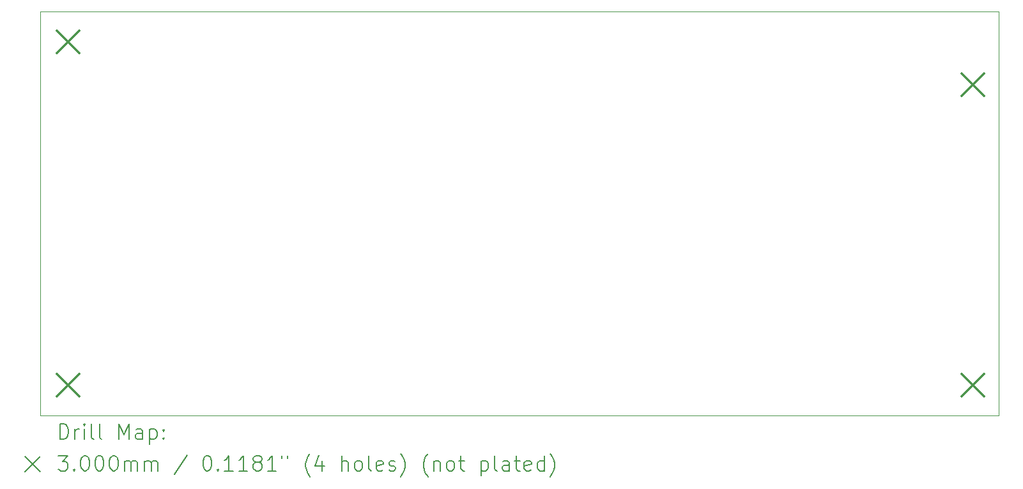
<source format=gbr>
%TF.GenerationSoftware,KiCad,Pcbnew,9.0.3*%
%TF.CreationDate,2026-01-03T08:49:13-08:00*%
%TF.ProjectId,ir-remote,69722d72-656d-46f7-9465-2e6b69636164,rev?*%
%TF.SameCoordinates,Original*%
%TF.FileFunction,Drillmap*%
%TF.FilePolarity,Positive*%
%FSLAX45Y45*%
G04 Gerber Fmt 4.5, Leading zero omitted, Abs format (unit mm)*
G04 Created by KiCad (PCBNEW 9.0.3) date 2026-01-03 08:49:13*
%MOMM*%
%LPD*%
G01*
G04 APERTURE LIST*
%ADD10C,0.050000*%
%ADD11C,0.200000*%
%ADD12C,0.300000*%
G04 APERTURE END LIST*
D10*
X12733000Y0D02*
X33000Y0D01*
X33000Y5348000D02*
X12733000Y5348000D01*
X33000Y0D02*
X33000Y5348000D01*
X12733000Y5348000D02*
X12733000Y0D01*
D11*
D12*
X250000Y5098000D02*
X550000Y4798000D01*
X550000Y5098000D02*
X250000Y4798000D01*
X250000Y550000D02*
X550000Y250000D01*
X550000Y550000D02*
X250000Y250000D01*
X12236000Y4532000D02*
X12536000Y4232000D01*
X12536000Y4532000D02*
X12236000Y4232000D01*
X12236000Y550000D02*
X12536000Y250000D01*
X12536000Y550000D02*
X12236000Y250000D01*
D11*
X291277Y-313984D02*
X291277Y-113984D01*
X291277Y-113984D02*
X338896Y-113984D01*
X338896Y-113984D02*
X367467Y-123508D01*
X367467Y-123508D02*
X386515Y-142555D01*
X386515Y-142555D02*
X396039Y-161603D01*
X396039Y-161603D02*
X405562Y-199698D01*
X405562Y-199698D02*
X405562Y-228269D01*
X405562Y-228269D02*
X396039Y-266365D01*
X396039Y-266365D02*
X386515Y-285412D01*
X386515Y-285412D02*
X367467Y-304460D01*
X367467Y-304460D02*
X338896Y-313984D01*
X338896Y-313984D02*
X291277Y-313984D01*
X491277Y-313984D02*
X491277Y-180650D01*
X491277Y-218746D02*
X500801Y-199698D01*
X500801Y-199698D02*
X510324Y-190174D01*
X510324Y-190174D02*
X529372Y-180650D01*
X529372Y-180650D02*
X548420Y-180650D01*
X615086Y-313984D02*
X615086Y-180650D01*
X615086Y-113984D02*
X605563Y-123508D01*
X605563Y-123508D02*
X615086Y-133031D01*
X615086Y-133031D02*
X624610Y-123508D01*
X624610Y-123508D02*
X615086Y-113984D01*
X615086Y-113984D02*
X615086Y-133031D01*
X738896Y-313984D02*
X719848Y-304460D01*
X719848Y-304460D02*
X710324Y-285412D01*
X710324Y-285412D02*
X710324Y-113984D01*
X843658Y-313984D02*
X824610Y-304460D01*
X824610Y-304460D02*
X815086Y-285412D01*
X815086Y-285412D02*
X815086Y-113984D01*
X1072229Y-313984D02*
X1072229Y-113984D01*
X1072229Y-113984D02*
X1138896Y-256841D01*
X1138896Y-256841D02*
X1205563Y-113984D01*
X1205563Y-113984D02*
X1205563Y-313984D01*
X1386515Y-313984D02*
X1386515Y-209222D01*
X1386515Y-209222D02*
X1376991Y-190174D01*
X1376991Y-190174D02*
X1357944Y-180650D01*
X1357944Y-180650D02*
X1319848Y-180650D01*
X1319848Y-180650D02*
X1300801Y-190174D01*
X1386515Y-304460D02*
X1367467Y-313984D01*
X1367467Y-313984D02*
X1319848Y-313984D01*
X1319848Y-313984D02*
X1300801Y-304460D01*
X1300801Y-304460D02*
X1291277Y-285412D01*
X1291277Y-285412D02*
X1291277Y-266365D01*
X1291277Y-266365D02*
X1300801Y-247317D01*
X1300801Y-247317D02*
X1319848Y-237793D01*
X1319848Y-237793D02*
X1367467Y-237793D01*
X1367467Y-237793D02*
X1386515Y-228269D01*
X1481753Y-180650D02*
X1481753Y-380650D01*
X1481753Y-190174D02*
X1500801Y-180650D01*
X1500801Y-180650D02*
X1538896Y-180650D01*
X1538896Y-180650D02*
X1557943Y-190174D01*
X1557943Y-190174D02*
X1567467Y-199698D01*
X1567467Y-199698D02*
X1576991Y-218746D01*
X1576991Y-218746D02*
X1576991Y-275889D01*
X1576991Y-275889D02*
X1567467Y-294936D01*
X1567467Y-294936D02*
X1557943Y-304460D01*
X1557943Y-304460D02*
X1538896Y-313984D01*
X1538896Y-313984D02*
X1500801Y-313984D01*
X1500801Y-313984D02*
X1481753Y-304460D01*
X1662705Y-294936D02*
X1672229Y-304460D01*
X1672229Y-304460D02*
X1662705Y-313984D01*
X1662705Y-313984D02*
X1653182Y-304460D01*
X1653182Y-304460D02*
X1662705Y-294936D01*
X1662705Y-294936D02*
X1662705Y-313984D01*
X1662705Y-190174D02*
X1672229Y-199698D01*
X1672229Y-199698D02*
X1662705Y-209222D01*
X1662705Y-209222D02*
X1653182Y-199698D01*
X1653182Y-199698D02*
X1662705Y-190174D01*
X1662705Y-190174D02*
X1662705Y-209222D01*
X-169500Y-542500D02*
X30500Y-742500D01*
X30500Y-542500D02*
X-169500Y-742500D01*
X272229Y-533984D02*
X396039Y-533984D01*
X396039Y-533984D02*
X329372Y-610174D01*
X329372Y-610174D02*
X357943Y-610174D01*
X357943Y-610174D02*
X376991Y-619698D01*
X376991Y-619698D02*
X386515Y-629222D01*
X386515Y-629222D02*
X396039Y-648270D01*
X396039Y-648270D02*
X396039Y-695889D01*
X396039Y-695889D02*
X386515Y-714936D01*
X386515Y-714936D02*
X376991Y-724460D01*
X376991Y-724460D02*
X357943Y-733984D01*
X357943Y-733984D02*
X300801Y-733984D01*
X300801Y-733984D02*
X281753Y-724460D01*
X281753Y-724460D02*
X272229Y-714936D01*
X481753Y-714936D02*
X491277Y-724460D01*
X491277Y-724460D02*
X481753Y-733984D01*
X481753Y-733984D02*
X472229Y-724460D01*
X472229Y-724460D02*
X481753Y-714936D01*
X481753Y-714936D02*
X481753Y-733984D01*
X615086Y-533984D02*
X634134Y-533984D01*
X634134Y-533984D02*
X653182Y-543508D01*
X653182Y-543508D02*
X662705Y-553031D01*
X662705Y-553031D02*
X672229Y-572079D01*
X672229Y-572079D02*
X681753Y-610174D01*
X681753Y-610174D02*
X681753Y-657793D01*
X681753Y-657793D02*
X672229Y-695889D01*
X672229Y-695889D02*
X662705Y-714936D01*
X662705Y-714936D02*
X653182Y-724460D01*
X653182Y-724460D02*
X634134Y-733984D01*
X634134Y-733984D02*
X615086Y-733984D01*
X615086Y-733984D02*
X596039Y-724460D01*
X596039Y-724460D02*
X586515Y-714936D01*
X586515Y-714936D02*
X576991Y-695889D01*
X576991Y-695889D02*
X567467Y-657793D01*
X567467Y-657793D02*
X567467Y-610174D01*
X567467Y-610174D02*
X576991Y-572079D01*
X576991Y-572079D02*
X586515Y-553031D01*
X586515Y-553031D02*
X596039Y-543508D01*
X596039Y-543508D02*
X615086Y-533984D01*
X805562Y-533984D02*
X824610Y-533984D01*
X824610Y-533984D02*
X843658Y-543508D01*
X843658Y-543508D02*
X853182Y-553031D01*
X853182Y-553031D02*
X862705Y-572079D01*
X862705Y-572079D02*
X872229Y-610174D01*
X872229Y-610174D02*
X872229Y-657793D01*
X872229Y-657793D02*
X862705Y-695889D01*
X862705Y-695889D02*
X853182Y-714936D01*
X853182Y-714936D02*
X843658Y-724460D01*
X843658Y-724460D02*
X824610Y-733984D01*
X824610Y-733984D02*
X805562Y-733984D01*
X805562Y-733984D02*
X786515Y-724460D01*
X786515Y-724460D02*
X776991Y-714936D01*
X776991Y-714936D02*
X767467Y-695889D01*
X767467Y-695889D02*
X757943Y-657793D01*
X757943Y-657793D02*
X757943Y-610174D01*
X757943Y-610174D02*
X767467Y-572079D01*
X767467Y-572079D02*
X776991Y-553031D01*
X776991Y-553031D02*
X786515Y-543508D01*
X786515Y-543508D02*
X805562Y-533984D01*
X996039Y-533984D02*
X1015086Y-533984D01*
X1015086Y-533984D02*
X1034134Y-543508D01*
X1034134Y-543508D02*
X1043658Y-553031D01*
X1043658Y-553031D02*
X1053182Y-572079D01*
X1053182Y-572079D02*
X1062705Y-610174D01*
X1062705Y-610174D02*
X1062705Y-657793D01*
X1062705Y-657793D02*
X1053182Y-695889D01*
X1053182Y-695889D02*
X1043658Y-714936D01*
X1043658Y-714936D02*
X1034134Y-724460D01*
X1034134Y-724460D02*
X1015086Y-733984D01*
X1015086Y-733984D02*
X996039Y-733984D01*
X996039Y-733984D02*
X976991Y-724460D01*
X976991Y-724460D02*
X967467Y-714936D01*
X967467Y-714936D02*
X957943Y-695889D01*
X957943Y-695889D02*
X948420Y-657793D01*
X948420Y-657793D02*
X948420Y-610174D01*
X948420Y-610174D02*
X957943Y-572079D01*
X957943Y-572079D02*
X967467Y-553031D01*
X967467Y-553031D02*
X976991Y-543508D01*
X976991Y-543508D02*
X996039Y-533984D01*
X1148420Y-733984D02*
X1148420Y-600650D01*
X1148420Y-619698D02*
X1157944Y-610174D01*
X1157944Y-610174D02*
X1176991Y-600650D01*
X1176991Y-600650D02*
X1205563Y-600650D01*
X1205563Y-600650D02*
X1224610Y-610174D01*
X1224610Y-610174D02*
X1234134Y-629222D01*
X1234134Y-629222D02*
X1234134Y-733984D01*
X1234134Y-629222D02*
X1243658Y-610174D01*
X1243658Y-610174D02*
X1262705Y-600650D01*
X1262705Y-600650D02*
X1291277Y-600650D01*
X1291277Y-600650D02*
X1310325Y-610174D01*
X1310325Y-610174D02*
X1319848Y-629222D01*
X1319848Y-629222D02*
X1319848Y-733984D01*
X1415086Y-733984D02*
X1415086Y-600650D01*
X1415086Y-619698D02*
X1424610Y-610174D01*
X1424610Y-610174D02*
X1443658Y-600650D01*
X1443658Y-600650D02*
X1472229Y-600650D01*
X1472229Y-600650D02*
X1491277Y-610174D01*
X1491277Y-610174D02*
X1500801Y-629222D01*
X1500801Y-629222D02*
X1500801Y-733984D01*
X1500801Y-629222D02*
X1510324Y-610174D01*
X1510324Y-610174D02*
X1529372Y-600650D01*
X1529372Y-600650D02*
X1557943Y-600650D01*
X1557943Y-600650D02*
X1576991Y-610174D01*
X1576991Y-610174D02*
X1586515Y-629222D01*
X1586515Y-629222D02*
X1586515Y-733984D01*
X1976991Y-524460D02*
X1805563Y-781603D01*
X2234134Y-533984D02*
X2253182Y-533984D01*
X2253182Y-533984D02*
X2272229Y-543508D01*
X2272229Y-543508D02*
X2281753Y-553031D01*
X2281753Y-553031D02*
X2291277Y-572079D01*
X2291277Y-572079D02*
X2300801Y-610174D01*
X2300801Y-610174D02*
X2300801Y-657793D01*
X2300801Y-657793D02*
X2291277Y-695889D01*
X2291277Y-695889D02*
X2281753Y-714936D01*
X2281753Y-714936D02*
X2272229Y-724460D01*
X2272229Y-724460D02*
X2253182Y-733984D01*
X2253182Y-733984D02*
X2234134Y-733984D01*
X2234134Y-733984D02*
X2215087Y-724460D01*
X2215087Y-724460D02*
X2205563Y-714936D01*
X2205563Y-714936D02*
X2196039Y-695889D01*
X2196039Y-695889D02*
X2186515Y-657793D01*
X2186515Y-657793D02*
X2186515Y-610174D01*
X2186515Y-610174D02*
X2196039Y-572079D01*
X2196039Y-572079D02*
X2205563Y-553031D01*
X2205563Y-553031D02*
X2215087Y-543508D01*
X2215087Y-543508D02*
X2234134Y-533984D01*
X2386515Y-714936D02*
X2396039Y-724460D01*
X2396039Y-724460D02*
X2386515Y-733984D01*
X2386515Y-733984D02*
X2376991Y-724460D01*
X2376991Y-724460D02*
X2386515Y-714936D01*
X2386515Y-714936D02*
X2386515Y-733984D01*
X2586515Y-733984D02*
X2472229Y-733984D01*
X2529372Y-733984D02*
X2529372Y-533984D01*
X2529372Y-533984D02*
X2510325Y-562555D01*
X2510325Y-562555D02*
X2491277Y-581603D01*
X2491277Y-581603D02*
X2472229Y-591127D01*
X2776991Y-733984D02*
X2662706Y-733984D01*
X2719848Y-733984D02*
X2719848Y-533984D01*
X2719848Y-533984D02*
X2700801Y-562555D01*
X2700801Y-562555D02*
X2681753Y-581603D01*
X2681753Y-581603D02*
X2662706Y-591127D01*
X2891277Y-619698D02*
X2872229Y-610174D01*
X2872229Y-610174D02*
X2862706Y-600650D01*
X2862706Y-600650D02*
X2853182Y-581603D01*
X2853182Y-581603D02*
X2853182Y-572079D01*
X2853182Y-572079D02*
X2862706Y-553031D01*
X2862706Y-553031D02*
X2872229Y-543508D01*
X2872229Y-543508D02*
X2891277Y-533984D01*
X2891277Y-533984D02*
X2929372Y-533984D01*
X2929372Y-533984D02*
X2948420Y-543508D01*
X2948420Y-543508D02*
X2957944Y-553031D01*
X2957944Y-553031D02*
X2967467Y-572079D01*
X2967467Y-572079D02*
X2967467Y-581603D01*
X2967467Y-581603D02*
X2957944Y-600650D01*
X2957944Y-600650D02*
X2948420Y-610174D01*
X2948420Y-610174D02*
X2929372Y-619698D01*
X2929372Y-619698D02*
X2891277Y-619698D01*
X2891277Y-619698D02*
X2872229Y-629222D01*
X2872229Y-629222D02*
X2862706Y-638746D01*
X2862706Y-638746D02*
X2853182Y-657793D01*
X2853182Y-657793D02*
X2853182Y-695889D01*
X2853182Y-695889D02*
X2862706Y-714936D01*
X2862706Y-714936D02*
X2872229Y-724460D01*
X2872229Y-724460D02*
X2891277Y-733984D01*
X2891277Y-733984D02*
X2929372Y-733984D01*
X2929372Y-733984D02*
X2948420Y-724460D01*
X2948420Y-724460D02*
X2957944Y-714936D01*
X2957944Y-714936D02*
X2967467Y-695889D01*
X2967467Y-695889D02*
X2967467Y-657793D01*
X2967467Y-657793D02*
X2957944Y-638746D01*
X2957944Y-638746D02*
X2948420Y-629222D01*
X2948420Y-629222D02*
X2929372Y-619698D01*
X3157944Y-733984D02*
X3043658Y-733984D01*
X3100801Y-733984D02*
X3100801Y-533984D01*
X3100801Y-533984D02*
X3081753Y-562555D01*
X3081753Y-562555D02*
X3062706Y-581603D01*
X3062706Y-581603D02*
X3043658Y-591127D01*
X3234134Y-533984D02*
X3234134Y-572079D01*
X3310325Y-533984D02*
X3310325Y-572079D01*
X3605563Y-810174D02*
X3596039Y-800650D01*
X3596039Y-800650D02*
X3576991Y-772079D01*
X3576991Y-772079D02*
X3567468Y-753031D01*
X3567468Y-753031D02*
X3557944Y-724460D01*
X3557944Y-724460D02*
X3548420Y-676841D01*
X3548420Y-676841D02*
X3548420Y-638746D01*
X3548420Y-638746D02*
X3557944Y-591127D01*
X3557944Y-591127D02*
X3567468Y-562555D01*
X3567468Y-562555D02*
X3576991Y-543508D01*
X3576991Y-543508D02*
X3596039Y-514936D01*
X3596039Y-514936D02*
X3605563Y-505412D01*
X3767468Y-600650D02*
X3767468Y-733984D01*
X3719848Y-524460D02*
X3672229Y-667317D01*
X3672229Y-667317D02*
X3796039Y-667317D01*
X4024610Y-733984D02*
X4024610Y-533984D01*
X4110325Y-733984D02*
X4110325Y-629222D01*
X4110325Y-629222D02*
X4100801Y-610174D01*
X4100801Y-610174D02*
X4081753Y-600650D01*
X4081753Y-600650D02*
X4053182Y-600650D01*
X4053182Y-600650D02*
X4034134Y-610174D01*
X4034134Y-610174D02*
X4024610Y-619698D01*
X4234134Y-733984D02*
X4215087Y-724460D01*
X4215087Y-724460D02*
X4205563Y-714936D01*
X4205563Y-714936D02*
X4196039Y-695889D01*
X4196039Y-695889D02*
X4196039Y-638746D01*
X4196039Y-638746D02*
X4205563Y-619698D01*
X4205563Y-619698D02*
X4215087Y-610174D01*
X4215087Y-610174D02*
X4234134Y-600650D01*
X4234134Y-600650D02*
X4262706Y-600650D01*
X4262706Y-600650D02*
X4281753Y-610174D01*
X4281753Y-610174D02*
X4291277Y-619698D01*
X4291277Y-619698D02*
X4300801Y-638746D01*
X4300801Y-638746D02*
X4300801Y-695889D01*
X4300801Y-695889D02*
X4291277Y-714936D01*
X4291277Y-714936D02*
X4281753Y-724460D01*
X4281753Y-724460D02*
X4262706Y-733984D01*
X4262706Y-733984D02*
X4234134Y-733984D01*
X4415087Y-733984D02*
X4396039Y-724460D01*
X4396039Y-724460D02*
X4386515Y-705412D01*
X4386515Y-705412D02*
X4386515Y-533984D01*
X4567468Y-724460D02*
X4548420Y-733984D01*
X4548420Y-733984D02*
X4510325Y-733984D01*
X4510325Y-733984D02*
X4491277Y-724460D01*
X4491277Y-724460D02*
X4481753Y-705412D01*
X4481753Y-705412D02*
X4481753Y-629222D01*
X4481753Y-629222D02*
X4491277Y-610174D01*
X4491277Y-610174D02*
X4510325Y-600650D01*
X4510325Y-600650D02*
X4548420Y-600650D01*
X4548420Y-600650D02*
X4567468Y-610174D01*
X4567468Y-610174D02*
X4576992Y-629222D01*
X4576992Y-629222D02*
X4576992Y-648270D01*
X4576992Y-648270D02*
X4481753Y-667317D01*
X4653182Y-724460D02*
X4672230Y-733984D01*
X4672230Y-733984D02*
X4710325Y-733984D01*
X4710325Y-733984D02*
X4729373Y-724460D01*
X4729373Y-724460D02*
X4738896Y-705412D01*
X4738896Y-705412D02*
X4738896Y-695889D01*
X4738896Y-695889D02*
X4729373Y-676841D01*
X4729373Y-676841D02*
X4710325Y-667317D01*
X4710325Y-667317D02*
X4681753Y-667317D01*
X4681753Y-667317D02*
X4662706Y-657793D01*
X4662706Y-657793D02*
X4653182Y-638746D01*
X4653182Y-638746D02*
X4653182Y-629222D01*
X4653182Y-629222D02*
X4662706Y-610174D01*
X4662706Y-610174D02*
X4681753Y-600650D01*
X4681753Y-600650D02*
X4710325Y-600650D01*
X4710325Y-600650D02*
X4729373Y-610174D01*
X4805563Y-810174D02*
X4815087Y-800650D01*
X4815087Y-800650D02*
X4834134Y-772079D01*
X4834134Y-772079D02*
X4843658Y-753031D01*
X4843658Y-753031D02*
X4853182Y-724460D01*
X4853182Y-724460D02*
X4862706Y-676841D01*
X4862706Y-676841D02*
X4862706Y-638746D01*
X4862706Y-638746D02*
X4853182Y-591127D01*
X4853182Y-591127D02*
X4843658Y-562555D01*
X4843658Y-562555D02*
X4834134Y-543508D01*
X4834134Y-543508D02*
X4815087Y-514936D01*
X4815087Y-514936D02*
X4805563Y-505412D01*
X5167468Y-810174D02*
X5157944Y-800650D01*
X5157944Y-800650D02*
X5138896Y-772079D01*
X5138896Y-772079D02*
X5129373Y-753031D01*
X5129373Y-753031D02*
X5119849Y-724460D01*
X5119849Y-724460D02*
X5110325Y-676841D01*
X5110325Y-676841D02*
X5110325Y-638746D01*
X5110325Y-638746D02*
X5119849Y-591127D01*
X5119849Y-591127D02*
X5129373Y-562555D01*
X5129373Y-562555D02*
X5138896Y-543508D01*
X5138896Y-543508D02*
X5157944Y-514936D01*
X5157944Y-514936D02*
X5167468Y-505412D01*
X5243658Y-600650D02*
X5243658Y-733984D01*
X5243658Y-619698D02*
X5253182Y-610174D01*
X5253182Y-610174D02*
X5272230Y-600650D01*
X5272230Y-600650D02*
X5300801Y-600650D01*
X5300801Y-600650D02*
X5319849Y-610174D01*
X5319849Y-610174D02*
X5329373Y-629222D01*
X5329373Y-629222D02*
X5329373Y-733984D01*
X5453182Y-733984D02*
X5434134Y-724460D01*
X5434134Y-724460D02*
X5424611Y-714936D01*
X5424611Y-714936D02*
X5415087Y-695889D01*
X5415087Y-695889D02*
X5415087Y-638746D01*
X5415087Y-638746D02*
X5424611Y-619698D01*
X5424611Y-619698D02*
X5434134Y-610174D01*
X5434134Y-610174D02*
X5453182Y-600650D01*
X5453182Y-600650D02*
X5481754Y-600650D01*
X5481754Y-600650D02*
X5500801Y-610174D01*
X5500801Y-610174D02*
X5510325Y-619698D01*
X5510325Y-619698D02*
X5519849Y-638746D01*
X5519849Y-638746D02*
X5519849Y-695889D01*
X5519849Y-695889D02*
X5510325Y-714936D01*
X5510325Y-714936D02*
X5500801Y-724460D01*
X5500801Y-724460D02*
X5481754Y-733984D01*
X5481754Y-733984D02*
X5453182Y-733984D01*
X5576992Y-600650D02*
X5653182Y-600650D01*
X5605563Y-533984D02*
X5605563Y-705412D01*
X5605563Y-705412D02*
X5615087Y-724460D01*
X5615087Y-724460D02*
X5634134Y-733984D01*
X5634134Y-733984D02*
X5653182Y-733984D01*
X5872230Y-600650D02*
X5872230Y-800650D01*
X5872230Y-610174D02*
X5891277Y-600650D01*
X5891277Y-600650D02*
X5929373Y-600650D01*
X5929373Y-600650D02*
X5948420Y-610174D01*
X5948420Y-610174D02*
X5957944Y-619698D01*
X5957944Y-619698D02*
X5967468Y-638746D01*
X5967468Y-638746D02*
X5967468Y-695889D01*
X5967468Y-695889D02*
X5957944Y-714936D01*
X5957944Y-714936D02*
X5948420Y-724460D01*
X5948420Y-724460D02*
X5929373Y-733984D01*
X5929373Y-733984D02*
X5891277Y-733984D01*
X5891277Y-733984D02*
X5872230Y-724460D01*
X6081753Y-733984D02*
X6062706Y-724460D01*
X6062706Y-724460D02*
X6053182Y-705412D01*
X6053182Y-705412D02*
X6053182Y-533984D01*
X6243658Y-733984D02*
X6243658Y-629222D01*
X6243658Y-629222D02*
X6234134Y-610174D01*
X6234134Y-610174D02*
X6215087Y-600650D01*
X6215087Y-600650D02*
X6176992Y-600650D01*
X6176992Y-600650D02*
X6157944Y-610174D01*
X6243658Y-724460D02*
X6224611Y-733984D01*
X6224611Y-733984D02*
X6176992Y-733984D01*
X6176992Y-733984D02*
X6157944Y-724460D01*
X6157944Y-724460D02*
X6148420Y-705412D01*
X6148420Y-705412D02*
X6148420Y-686365D01*
X6148420Y-686365D02*
X6157944Y-667317D01*
X6157944Y-667317D02*
X6176992Y-657793D01*
X6176992Y-657793D02*
X6224611Y-657793D01*
X6224611Y-657793D02*
X6243658Y-648270D01*
X6310325Y-600650D02*
X6386515Y-600650D01*
X6338896Y-533984D02*
X6338896Y-705412D01*
X6338896Y-705412D02*
X6348420Y-724460D01*
X6348420Y-724460D02*
X6367468Y-733984D01*
X6367468Y-733984D02*
X6386515Y-733984D01*
X6529373Y-724460D02*
X6510325Y-733984D01*
X6510325Y-733984D02*
X6472230Y-733984D01*
X6472230Y-733984D02*
X6453182Y-724460D01*
X6453182Y-724460D02*
X6443658Y-705412D01*
X6443658Y-705412D02*
X6443658Y-629222D01*
X6443658Y-629222D02*
X6453182Y-610174D01*
X6453182Y-610174D02*
X6472230Y-600650D01*
X6472230Y-600650D02*
X6510325Y-600650D01*
X6510325Y-600650D02*
X6529373Y-610174D01*
X6529373Y-610174D02*
X6538896Y-629222D01*
X6538896Y-629222D02*
X6538896Y-648270D01*
X6538896Y-648270D02*
X6443658Y-667317D01*
X6710325Y-733984D02*
X6710325Y-533984D01*
X6710325Y-724460D02*
X6691277Y-733984D01*
X6691277Y-733984D02*
X6653182Y-733984D01*
X6653182Y-733984D02*
X6634134Y-724460D01*
X6634134Y-724460D02*
X6624611Y-714936D01*
X6624611Y-714936D02*
X6615087Y-695889D01*
X6615087Y-695889D02*
X6615087Y-638746D01*
X6615087Y-638746D02*
X6624611Y-619698D01*
X6624611Y-619698D02*
X6634134Y-610174D01*
X6634134Y-610174D02*
X6653182Y-600650D01*
X6653182Y-600650D02*
X6691277Y-600650D01*
X6691277Y-600650D02*
X6710325Y-610174D01*
X6786515Y-810174D02*
X6796039Y-800650D01*
X6796039Y-800650D02*
X6815087Y-772079D01*
X6815087Y-772079D02*
X6824611Y-753031D01*
X6824611Y-753031D02*
X6834134Y-724460D01*
X6834134Y-724460D02*
X6843658Y-676841D01*
X6843658Y-676841D02*
X6843658Y-638746D01*
X6843658Y-638746D02*
X6834134Y-591127D01*
X6834134Y-591127D02*
X6824611Y-562555D01*
X6824611Y-562555D02*
X6815087Y-543508D01*
X6815087Y-543508D02*
X6796039Y-514936D01*
X6796039Y-514936D02*
X6786515Y-505412D01*
M02*

</source>
